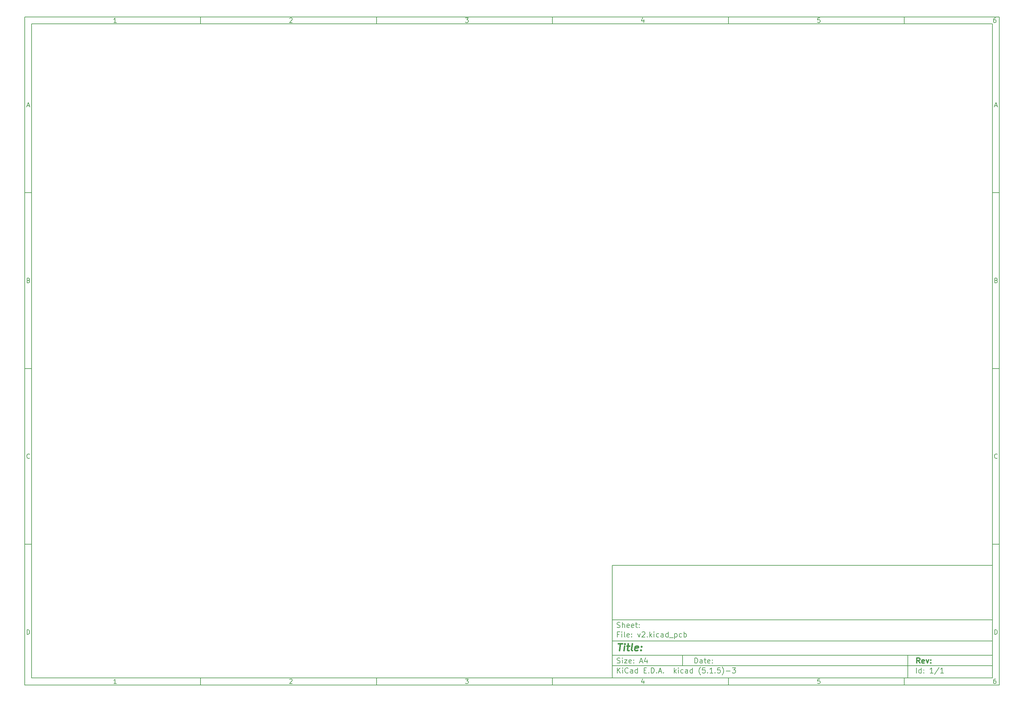
<source format=gbr>
G04 #@! TF.GenerationSoftware,KiCad,Pcbnew,(5.1.5)-3*
G04 #@! TF.CreationDate,2020-05-09T15:27:07-04:00*
G04 #@! TF.ProjectId,v2,76322e6b-6963-4616-945f-706362585858,rev?*
G04 #@! TF.SameCoordinates,Original*
G04 #@! TF.FileFunction,Other,User*
%FSLAX46Y46*%
G04 Gerber Fmt 4.6, Leading zero omitted, Abs format (unit mm)*
G04 Created by KiCad (PCBNEW (5.1.5)-3) date 2020-05-09 15:27:07*
%MOMM*%
%LPD*%
G04 APERTURE LIST*
%ADD10C,0.100000*%
%ADD11C,0.150000*%
%ADD12C,0.300000*%
%ADD13C,0.400000*%
G04 APERTURE END LIST*
D10*
D11*
X177002200Y-166007200D02*
X177002200Y-198007200D01*
X285002200Y-198007200D01*
X285002200Y-166007200D01*
X177002200Y-166007200D01*
D10*
D11*
X10000000Y-10000000D02*
X10000000Y-200007200D01*
X287002200Y-200007200D01*
X287002200Y-10000000D01*
X10000000Y-10000000D01*
D10*
D11*
X12000000Y-12000000D02*
X12000000Y-198007200D01*
X285002200Y-198007200D01*
X285002200Y-12000000D01*
X12000000Y-12000000D01*
D10*
D11*
X60000000Y-12000000D02*
X60000000Y-10000000D01*
D10*
D11*
X110000000Y-12000000D02*
X110000000Y-10000000D01*
D10*
D11*
X160000000Y-12000000D02*
X160000000Y-10000000D01*
D10*
D11*
X210000000Y-12000000D02*
X210000000Y-10000000D01*
D10*
D11*
X260000000Y-12000000D02*
X260000000Y-10000000D01*
D10*
D11*
X36065476Y-11588095D02*
X35322619Y-11588095D01*
X35694047Y-11588095D02*
X35694047Y-10288095D01*
X35570238Y-10473809D01*
X35446428Y-10597619D01*
X35322619Y-10659523D01*
D10*
D11*
X85322619Y-10411904D02*
X85384523Y-10350000D01*
X85508333Y-10288095D01*
X85817857Y-10288095D01*
X85941666Y-10350000D01*
X86003571Y-10411904D01*
X86065476Y-10535714D01*
X86065476Y-10659523D01*
X86003571Y-10845238D01*
X85260714Y-11588095D01*
X86065476Y-11588095D01*
D10*
D11*
X135260714Y-10288095D02*
X136065476Y-10288095D01*
X135632142Y-10783333D01*
X135817857Y-10783333D01*
X135941666Y-10845238D01*
X136003571Y-10907142D01*
X136065476Y-11030952D01*
X136065476Y-11340476D01*
X136003571Y-11464285D01*
X135941666Y-11526190D01*
X135817857Y-11588095D01*
X135446428Y-11588095D01*
X135322619Y-11526190D01*
X135260714Y-11464285D01*
D10*
D11*
X185941666Y-10721428D02*
X185941666Y-11588095D01*
X185632142Y-10226190D02*
X185322619Y-11154761D01*
X186127380Y-11154761D01*
D10*
D11*
X236003571Y-10288095D02*
X235384523Y-10288095D01*
X235322619Y-10907142D01*
X235384523Y-10845238D01*
X235508333Y-10783333D01*
X235817857Y-10783333D01*
X235941666Y-10845238D01*
X236003571Y-10907142D01*
X236065476Y-11030952D01*
X236065476Y-11340476D01*
X236003571Y-11464285D01*
X235941666Y-11526190D01*
X235817857Y-11588095D01*
X235508333Y-11588095D01*
X235384523Y-11526190D01*
X235322619Y-11464285D01*
D10*
D11*
X285941666Y-10288095D02*
X285694047Y-10288095D01*
X285570238Y-10350000D01*
X285508333Y-10411904D01*
X285384523Y-10597619D01*
X285322619Y-10845238D01*
X285322619Y-11340476D01*
X285384523Y-11464285D01*
X285446428Y-11526190D01*
X285570238Y-11588095D01*
X285817857Y-11588095D01*
X285941666Y-11526190D01*
X286003571Y-11464285D01*
X286065476Y-11340476D01*
X286065476Y-11030952D01*
X286003571Y-10907142D01*
X285941666Y-10845238D01*
X285817857Y-10783333D01*
X285570238Y-10783333D01*
X285446428Y-10845238D01*
X285384523Y-10907142D01*
X285322619Y-11030952D01*
D10*
D11*
X60000000Y-198007200D02*
X60000000Y-200007200D01*
D10*
D11*
X110000000Y-198007200D02*
X110000000Y-200007200D01*
D10*
D11*
X160000000Y-198007200D02*
X160000000Y-200007200D01*
D10*
D11*
X210000000Y-198007200D02*
X210000000Y-200007200D01*
D10*
D11*
X260000000Y-198007200D02*
X260000000Y-200007200D01*
D10*
D11*
X36065476Y-199595295D02*
X35322619Y-199595295D01*
X35694047Y-199595295D02*
X35694047Y-198295295D01*
X35570238Y-198481009D01*
X35446428Y-198604819D01*
X35322619Y-198666723D01*
D10*
D11*
X85322619Y-198419104D02*
X85384523Y-198357200D01*
X85508333Y-198295295D01*
X85817857Y-198295295D01*
X85941666Y-198357200D01*
X86003571Y-198419104D01*
X86065476Y-198542914D01*
X86065476Y-198666723D01*
X86003571Y-198852438D01*
X85260714Y-199595295D01*
X86065476Y-199595295D01*
D10*
D11*
X135260714Y-198295295D02*
X136065476Y-198295295D01*
X135632142Y-198790533D01*
X135817857Y-198790533D01*
X135941666Y-198852438D01*
X136003571Y-198914342D01*
X136065476Y-199038152D01*
X136065476Y-199347676D01*
X136003571Y-199471485D01*
X135941666Y-199533390D01*
X135817857Y-199595295D01*
X135446428Y-199595295D01*
X135322619Y-199533390D01*
X135260714Y-199471485D01*
D10*
D11*
X185941666Y-198728628D02*
X185941666Y-199595295D01*
X185632142Y-198233390D02*
X185322619Y-199161961D01*
X186127380Y-199161961D01*
D10*
D11*
X236003571Y-198295295D02*
X235384523Y-198295295D01*
X235322619Y-198914342D01*
X235384523Y-198852438D01*
X235508333Y-198790533D01*
X235817857Y-198790533D01*
X235941666Y-198852438D01*
X236003571Y-198914342D01*
X236065476Y-199038152D01*
X236065476Y-199347676D01*
X236003571Y-199471485D01*
X235941666Y-199533390D01*
X235817857Y-199595295D01*
X235508333Y-199595295D01*
X235384523Y-199533390D01*
X235322619Y-199471485D01*
D10*
D11*
X285941666Y-198295295D02*
X285694047Y-198295295D01*
X285570238Y-198357200D01*
X285508333Y-198419104D01*
X285384523Y-198604819D01*
X285322619Y-198852438D01*
X285322619Y-199347676D01*
X285384523Y-199471485D01*
X285446428Y-199533390D01*
X285570238Y-199595295D01*
X285817857Y-199595295D01*
X285941666Y-199533390D01*
X286003571Y-199471485D01*
X286065476Y-199347676D01*
X286065476Y-199038152D01*
X286003571Y-198914342D01*
X285941666Y-198852438D01*
X285817857Y-198790533D01*
X285570238Y-198790533D01*
X285446428Y-198852438D01*
X285384523Y-198914342D01*
X285322619Y-199038152D01*
D10*
D11*
X10000000Y-60000000D02*
X12000000Y-60000000D01*
D10*
D11*
X10000000Y-110000000D02*
X12000000Y-110000000D01*
D10*
D11*
X10000000Y-160000000D02*
X12000000Y-160000000D01*
D10*
D11*
X10690476Y-35216666D02*
X11309523Y-35216666D01*
X10566666Y-35588095D02*
X11000000Y-34288095D01*
X11433333Y-35588095D01*
D10*
D11*
X11092857Y-84907142D02*
X11278571Y-84969047D01*
X11340476Y-85030952D01*
X11402380Y-85154761D01*
X11402380Y-85340476D01*
X11340476Y-85464285D01*
X11278571Y-85526190D01*
X11154761Y-85588095D01*
X10659523Y-85588095D01*
X10659523Y-84288095D01*
X11092857Y-84288095D01*
X11216666Y-84350000D01*
X11278571Y-84411904D01*
X11340476Y-84535714D01*
X11340476Y-84659523D01*
X11278571Y-84783333D01*
X11216666Y-84845238D01*
X11092857Y-84907142D01*
X10659523Y-84907142D01*
D10*
D11*
X11402380Y-135464285D02*
X11340476Y-135526190D01*
X11154761Y-135588095D01*
X11030952Y-135588095D01*
X10845238Y-135526190D01*
X10721428Y-135402380D01*
X10659523Y-135278571D01*
X10597619Y-135030952D01*
X10597619Y-134845238D01*
X10659523Y-134597619D01*
X10721428Y-134473809D01*
X10845238Y-134350000D01*
X11030952Y-134288095D01*
X11154761Y-134288095D01*
X11340476Y-134350000D01*
X11402380Y-134411904D01*
D10*
D11*
X10659523Y-185588095D02*
X10659523Y-184288095D01*
X10969047Y-184288095D01*
X11154761Y-184350000D01*
X11278571Y-184473809D01*
X11340476Y-184597619D01*
X11402380Y-184845238D01*
X11402380Y-185030952D01*
X11340476Y-185278571D01*
X11278571Y-185402380D01*
X11154761Y-185526190D01*
X10969047Y-185588095D01*
X10659523Y-185588095D01*
D10*
D11*
X287002200Y-60000000D02*
X285002200Y-60000000D01*
D10*
D11*
X287002200Y-110000000D02*
X285002200Y-110000000D01*
D10*
D11*
X287002200Y-160000000D02*
X285002200Y-160000000D01*
D10*
D11*
X285692676Y-35216666D02*
X286311723Y-35216666D01*
X285568866Y-35588095D02*
X286002200Y-34288095D01*
X286435533Y-35588095D01*
D10*
D11*
X286095057Y-84907142D02*
X286280771Y-84969047D01*
X286342676Y-85030952D01*
X286404580Y-85154761D01*
X286404580Y-85340476D01*
X286342676Y-85464285D01*
X286280771Y-85526190D01*
X286156961Y-85588095D01*
X285661723Y-85588095D01*
X285661723Y-84288095D01*
X286095057Y-84288095D01*
X286218866Y-84350000D01*
X286280771Y-84411904D01*
X286342676Y-84535714D01*
X286342676Y-84659523D01*
X286280771Y-84783333D01*
X286218866Y-84845238D01*
X286095057Y-84907142D01*
X285661723Y-84907142D01*
D10*
D11*
X286404580Y-135464285D02*
X286342676Y-135526190D01*
X286156961Y-135588095D01*
X286033152Y-135588095D01*
X285847438Y-135526190D01*
X285723628Y-135402380D01*
X285661723Y-135278571D01*
X285599819Y-135030952D01*
X285599819Y-134845238D01*
X285661723Y-134597619D01*
X285723628Y-134473809D01*
X285847438Y-134350000D01*
X286033152Y-134288095D01*
X286156961Y-134288095D01*
X286342676Y-134350000D01*
X286404580Y-134411904D01*
D10*
D11*
X285661723Y-185588095D02*
X285661723Y-184288095D01*
X285971247Y-184288095D01*
X286156961Y-184350000D01*
X286280771Y-184473809D01*
X286342676Y-184597619D01*
X286404580Y-184845238D01*
X286404580Y-185030952D01*
X286342676Y-185278571D01*
X286280771Y-185402380D01*
X286156961Y-185526190D01*
X285971247Y-185588095D01*
X285661723Y-185588095D01*
D10*
D11*
X200434342Y-193785771D02*
X200434342Y-192285771D01*
X200791485Y-192285771D01*
X201005771Y-192357200D01*
X201148628Y-192500057D01*
X201220057Y-192642914D01*
X201291485Y-192928628D01*
X201291485Y-193142914D01*
X201220057Y-193428628D01*
X201148628Y-193571485D01*
X201005771Y-193714342D01*
X200791485Y-193785771D01*
X200434342Y-193785771D01*
X202577200Y-193785771D02*
X202577200Y-193000057D01*
X202505771Y-192857200D01*
X202362914Y-192785771D01*
X202077200Y-192785771D01*
X201934342Y-192857200D01*
X202577200Y-193714342D02*
X202434342Y-193785771D01*
X202077200Y-193785771D01*
X201934342Y-193714342D01*
X201862914Y-193571485D01*
X201862914Y-193428628D01*
X201934342Y-193285771D01*
X202077200Y-193214342D01*
X202434342Y-193214342D01*
X202577200Y-193142914D01*
X203077200Y-192785771D02*
X203648628Y-192785771D01*
X203291485Y-192285771D02*
X203291485Y-193571485D01*
X203362914Y-193714342D01*
X203505771Y-193785771D01*
X203648628Y-193785771D01*
X204720057Y-193714342D02*
X204577200Y-193785771D01*
X204291485Y-193785771D01*
X204148628Y-193714342D01*
X204077200Y-193571485D01*
X204077200Y-193000057D01*
X204148628Y-192857200D01*
X204291485Y-192785771D01*
X204577200Y-192785771D01*
X204720057Y-192857200D01*
X204791485Y-193000057D01*
X204791485Y-193142914D01*
X204077200Y-193285771D01*
X205434342Y-193642914D02*
X205505771Y-193714342D01*
X205434342Y-193785771D01*
X205362914Y-193714342D01*
X205434342Y-193642914D01*
X205434342Y-193785771D01*
X205434342Y-192857200D02*
X205505771Y-192928628D01*
X205434342Y-193000057D01*
X205362914Y-192928628D01*
X205434342Y-192857200D01*
X205434342Y-193000057D01*
D10*
D11*
X177002200Y-194507200D02*
X285002200Y-194507200D01*
D10*
D11*
X178434342Y-196585771D02*
X178434342Y-195085771D01*
X179291485Y-196585771D02*
X178648628Y-195728628D01*
X179291485Y-195085771D02*
X178434342Y-195942914D01*
X179934342Y-196585771D02*
X179934342Y-195585771D01*
X179934342Y-195085771D02*
X179862914Y-195157200D01*
X179934342Y-195228628D01*
X180005771Y-195157200D01*
X179934342Y-195085771D01*
X179934342Y-195228628D01*
X181505771Y-196442914D02*
X181434342Y-196514342D01*
X181220057Y-196585771D01*
X181077200Y-196585771D01*
X180862914Y-196514342D01*
X180720057Y-196371485D01*
X180648628Y-196228628D01*
X180577200Y-195942914D01*
X180577200Y-195728628D01*
X180648628Y-195442914D01*
X180720057Y-195300057D01*
X180862914Y-195157200D01*
X181077200Y-195085771D01*
X181220057Y-195085771D01*
X181434342Y-195157200D01*
X181505771Y-195228628D01*
X182791485Y-196585771D02*
X182791485Y-195800057D01*
X182720057Y-195657200D01*
X182577200Y-195585771D01*
X182291485Y-195585771D01*
X182148628Y-195657200D01*
X182791485Y-196514342D02*
X182648628Y-196585771D01*
X182291485Y-196585771D01*
X182148628Y-196514342D01*
X182077200Y-196371485D01*
X182077200Y-196228628D01*
X182148628Y-196085771D01*
X182291485Y-196014342D01*
X182648628Y-196014342D01*
X182791485Y-195942914D01*
X184148628Y-196585771D02*
X184148628Y-195085771D01*
X184148628Y-196514342D02*
X184005771Y-196585771D01*
X183720057Y-196585771D01*
X183577200Y-196514342D01*
X183505771Y-196442914D01*
X183434342Y-196300057D01*
X183434342Y-195871485D01*
X183505771Y-195728628D01*
X183577200Y-195657200D01*
X183720057Y-195585771D01*
X184005771Y-195585771D01*
X184148628Y-195657200D01*
X186005771Y-195800057D02*
X186505771Y-195800057D01*
X186720057Y-196585771D02*
X186005771Y-196585771D01*
X186005771Y-195085771D01*
X186720057Y-195085771D01*
X187362914Y-196442914D02*
X187434342Y-196514342D01*
X187362914Y-196585771D01*
X187291485Y-196514342D01*
X187362914Y-196442914D01*
X187362914Y-196585771D01*
X188077200Y-196585771D02*
X188077200Y-195085771D01*
X188434342Y-195085771D01*
X188648628Y-195157200D01*
X188791485Y-195300057D01*
X188862914Y-195442914D01*
X188934342Y-195728628D01*
X188934342Y-195942914D01*
X188862914Y-196228628D01*
X188791485Y-196371485D01*
X188648628Y-196514342D01*
X188434342Y-196585771D01*
X188077200Y-196585771D01*
X189577200Y-196442914D02*
X189648628Y-196514342D01*
X189577200Y-196585771D01*
X189505771Y-196514342D01*
X189577200Y-196442914D01*
X189577200Y-196585771D01*
X190220057Y-196157200D02*
X190934342Y-196157200D01*
X190077200Y-196585771D02*
X190577200Y-195085771D01*
X191077200Y-196585771D01*
X191577200Y-196442914D02*
X191648628Y-196514342D01*
X191577200Y-196585771D01*
X191505771Y-196514342D01*
X191577200Y-196442914D01*
X191577200Y-196585771D01*
X194577200Y-196585771D02*
X194577200Y-195085771D01*
X194720057Y-196014342D02*
X195148628Y-196585771D01*
X195148628Y-195585771D02*
X194577200Y-196157200D01*
X195791485Y-196585771D02*
X195791485Y-195585771D01*
X195791485Y-195085771D02*
X195720057Y-195157200D01*
X195791485Y-195228628D01*
X195862914Y-195157200D01*
X195791485Y-195085771D01*
X195791485Y-195228628D01*
X197148628Y-196514342D02*
X197005771Y-196585771D01*
X196720057Y-196585771D01*
X196577200Y-196514342D01*
X196505771Y-196442914D01*
X196434342Y-196300057D01*
X196434342Y-195871485D01*
X196505771Y-195728628D01*
X196577200Y-195657200D01*
X196720057Y-195585771D01*
X197005771Y-195585771D01*
X197148628Y-195657200D01*
X198434342Y-196585771D02*
X198434342Y-195800057D01*
X198362914Y-195657200D01*
X198220057Y-195585771D01*
X197934342Y-195585771D01*
X197791485Y-195657200D01*
X198434342Y-196514342D02*
X198291485Y-196585771D01*
X197934342Y-196585771D01*
X197791485Y-196514342D01*
X197720057Y-196371485D01*
X197720057Y-196228628D01*
X197791485Y-196085771D01*
X197934342Y-196014342D01*
X198291485Y-196014342D01*
X198434342Y-195942914D01*
X199791485Y-196585771D02*
X199791485Y-195085771D01*
X199791485Y-196514342D02*
X199648628Y-196585771D01*
X199362914Y-196585771D01*
X199220057Y-196514342D01*
X199148628Y-196442914D01*
X199077200Y-196300057D01*
X199077200Y-195871485D01*
X199148628Y-195728628D01*
X199220057Y-195657200D01*
X199362914Y-195585771D01*
X199648628Y-195585771D01*
X199791485Y-195657200D01*
X202077200Y-197157200D02*
X202005771Y-197085771D01*
X201862914Y-196871485D01*
X201791485Y-196728628D01*
X201720057Y-196514342D01*
X201648628Y-196157200D01*
X201648628Y-195871485D01*
X201720057Y-195514342D01*
X201791485Y-195300057D01*
X201862914Y-195157200D01*
X202005771Y-194942914D01*
X202077200Y-194871485D01*
X203362914Y-195085771D02*
X202648628Y-195085771D01*
X202577200Y-195800057D01*
X202648628Y-195728628D01*
X202791485Y-195657200D01*
X203148628Y-195657200D01*
X203291485Y-195728628D01*
X203362914Y-195800057D01*
X203434342Y-195942914D01*
X203434342Y-196300057D01*
X203362914Y-196442914D01*
X203291485Y-196514342D01*
X203148628Y-196585771D01*
X202791485Y-196585771D01*
X202648628Y-196514342D01*
X202577200Y-196442914D01*
X204077200Y-196442914D02*
X204148628Y-196514342D01*
X204077200Y-196585771D01*
X204005771Y-196514342D01*
X204077200Y-196442914D01*
X204077200Y-196585771D01*
X205577200Y-196585771D02*
X204720057Y-196585771D01*
X205148628Y-196585771D02*
X205148628Y-195085771D01*
X205005771Y-195300057D01*
X204862914Y-195442914D01*
X204720057Y-195514342D01*
X206220057Y-196442914D02*
X206291485Y-196514342D01*
X206220057Y-196585771D01*
X206148628Y-196514342D01*
X206220057Y-196442914D01*
X206220057Y-196585771D01*
X207648628Y-195085771D02*
X206934342Y-195085771D01*
X206862914Y-195800057D01*
X206934342Y-195728628D01*
X207077200Y-195657200D01*
X207434342Y-195657200D01*
X207577200Y-195728628D01*
X207648628Y-195800057D01*
X207720057Y-195942914D01*
X207720057Y-196300057D01*
X207648628Y-196442914D01*
X207577200Y-196514342D01*
X207434342Y-196585771D01*
X207077200Y-196585771D01*
X206934342Y-196514342D01*
X206862914Y-196442914D01*
X208220057Y-197157200D02*
X208291485Y-197085771D01*
X208434342Y-196871485D01*
X208505771Y-196728628D01*
X208577200Y-196514342D01*
X208648628Y-196157200D01*
X208648628Y-195871485D01*
X208577200Y-195514342D01*
X208505771Y-195300057D01*
X208434342Y-195157200D01*
X208291485Y-194942914D01*
X208220057Y-194871485D01*
X209362914Y-196014342D02*
X210505771Y-196014342D01*
X211077200Y-195085771D02*
X212005771Y-195085771D01*
X211505771Y-195657200D01*
X211720057Y-195657200D01*
X211862914Y-195728628D01*
X211934342Y-195800057D01*
X212005771Y-195942914D01*
X212005771Y-196300057D01*
X211934342Y-196442914D01*
X211862914Y-196514342D01*
X211720057Y-196585771D01*
X211291485Y-196585771D01*
X211148628Y-196514342D01*
X211077200Y-196442914D01*
D10*
D11*
X177002200Y-191507200D02*
X285002200Y-191507200D01*
D10*
D12*
X264411485Y-193785771D02*
X263911485Y-193071485D01*
X263554342Y-193785771D02*
X263554342Y-192285771D01*
X264125771Y-192285771D01*
X264268628Y-192357200D01*
X264340057Y-192428628D01*
X264411485Y-192571485D01*
X264411485Y-192785771D01*
X264340057Y-192928628D01*
X264268628Y-193000057D01*
X264125771Y-193071485D01*
X263554342Y-193071485D01*
X265625771Y-193714342D02*
X265482914Y-193785771D01*
X265197200Y-193785771D01*
X265054342Y-193714342D01*
X264982914Y-193571485D01*
X264982914Y-193000057D01*
X265054342Y-192857200D01*
X265197200Y-192785771D01*
X265482914Y-192785771D01*
X265625771Y-192857200D01*
X265697200Y-193000057D01*
X265697200Y-193142914D01*
X264982914Y-193285771D01*
X266197200Y-192785771D02*
X266554342Y-193785771D01*
X266911485Y-192785771D01*
X267482914Y-193642914D02*
X267554342Y-193714342D01*
X267482914Y-193785771D01*
X267411485Y-193714342D01*
X267482914Y-193642914D01*
X267482914Y-193785771D01*
X267482914Y-192857200D02*
X267554342Y-192928628D01*
X267482914Y-193000057D01*
X267411485Y-192928628D01*
X267482914Y-192857200D01*
X267482914Y-193000057D01*
D10*
D11*
X178362914Y-193714342D02*
X178577200Y-193785771D01*
X178934342Y-193785771D01*
X179077200Y-193714342D01*
X179148628Y-193642914D01*
X179220057Y-193500057D01*
X179220057Y-193357200D01*
X179148628Y-193214342D01*
X179077200Y-193142914D01*
X178934342Y-193071485D01*
X178648628Y-193000057D01*
X178505771Y-192928628D01*
X178434342Y-192857200D01*
X178362914Y-192714342D01*
X178362914Y-192571485D01*
X178434342Y-192428628D01*
X178505771Y-192357200D01*
X178648628Y-192285771D01*
X179005771Y-192285771D01*
X179220057Y-192357200D01*
X179862914Y-193785771D02*
X179862914Y-192785771D01*
X179862914Y-192285771D02*
X179791485Y-192357200D01*
X179862914Y-192428628D01*
X179934342Y-192357200D01*
X179862914Y-192285771D01*
X179862914Y-192428628D01*
X180434342Y-192785771D02*
X181220057Y-192785771D01*
X180434342Y-193785771D01*
X181220057Y-193785771D01*
X182362914Y-193714342D02*
X182220057Y-193785771D01*
X181934342Y-193785771D01*
X181791485Y-193714342D01*
X181720057Y-193571485D01*
X181720057Y-193000057D01*
X181791485Y-192857200D01*
X181934342Y-192785771D01*
X182220057Y-192785771D01*
X182362914Y-192857200D01*
X182434342Y-193000057D01*
X182434342Y-193142914D01*
X181720057Y-193285771D01*
X183077200Y-193642914D02*
X183148628Y-193714342D01*
X183077200Y-193785771D01*
X183005771Y-193714342D01*
X183077200Y-193642914D01*
X183077200Y-193785771D01*
X183077200Y-192857200D02*
X183148628Y-192928628D01*
X183077200Y-193000057D01*
X183005771Y-192928628D01*
X183077200Y-192857200D01*
X183077200Y-193000057D01*
X184862914Y-193357200D02*
X185577200Y-193357200D01*
X184720057Y-193785771D02*
X185220057Y-192285771D01*
X185720057Y-193785771D01*
X186862914Y-192785771D02*
X186862914Y-193785771D01*
X186505771Y-192214342D02*
X186148628Y-193285771D01*
X187077200Y-193285771D01*
D10*
D11*
X263434342Y-196585771D02*
X263434342Y-195085771D01*
X264791485Y-196585771D02*
X264791485Y-195085771D01*
X264791485Y-196514342D02*
X264648628Y-196585771D01*
X264362914Y-196585771D01*
X264220057Y-196514342D01*
X264148628Y-196442914D01*
X264077200Y-196300057D01*
X264077200Y-195871485D01*
X264148628Y-195728628D01*
X264220057Y-195657200D01*
X264362914Y-195585771D01*
X264648628Y-195585771D01*
X264791485Y-195657200D01*
X265505771Y-196442914D02*
X265577200Y-196514342D01*
X265505771Y-196585771D01*
X265434342Y-196514342D01*
X265505771Y-196442914D01*
X265505771Y-196585771D01*
X265505771Y-195657200D02*
X265577200Y-195728628D01*
X265505771Y-195800057D01*
X265434342Y-195728628D01*
X265505771Y-195657200D01*
X265505771Y-195800057D01*
X268148628Y-196585771D02*
X267291485Y-196585771D01*
X267720057Y-196585771D02*
X267720057Y-195085771D01*
X267577200Y-195300057D01*
X267434342Y-195442914D01*
X267291485Y-195514342D01*
X269862914Y-195014342D02*
X268577200Y-196942914D01*
X271148628Y-196585771D02*
X270291485Y-196585771D01*
X270720057Y-196585771D02*
X270720057Y-195085771D01*
X270577200Y-195300057D01*
X270434342Y-195442914D01*
X270291485Y-195514342D01*
D10*
D11*
X177002200Y-187507200D02*
X285002200Y-187507200D01*
D10*
D13*
X178714580Y-188211961D02*
X179857438Y-188211961D01*
X179036009Y-190211961D02*
X179286009Y-188211961D01*
X180274104Y-190211961D02*
X180440771Y-188878628D01*
X180524104Y-188211961D02*
X180416961Y-188307200D01*
X180500295Y-188402438D01*
X180607438Y-188307200D01*
X180524104Y-188211961D01*
X180500295Y-188402438D01*
X181107438Y-188878628D02*
X181869342Y-188878628D01*
X181476485Y-188211961D02*
X181262200Y-189926247D01*
X181333628Y-190116723D01*
X181512200Y-190211961D01*
X181702676Y-190211961D01*
X182655057Y-190211961D02*
X182476485Y-190116723D01*
X182405057Y-189926247D01*
X182619342Y-188211961D01*
X184190771Y-190116723D02*
X183988390Y-190211961D01*
X183607438Y-190211961D01*
X183428866Y-190116723D01*
X183357438Y-189926247D01*
X183452676Y-189164342D01*
X183571723Y-188973866D01*
X183774104Y-188878628D01*
X184155057Y-188878628D01*
X184333628Y-188973866D01*
X184405057Y-189164342D01*
X184381247Y-189354819D01*
X183405057Y-189545295D01*
X185155057Y-190021485D02*
X185238390Y-190116723D01*
X185131247Y-190211961D01*
X185047914Y-190116723D01*
X185155057Y-190021485D01*
X185131247Y-190211961D01*
X185286009Y-188973866D02*
X185369342Y-189069104D01*
X185262200Y-189164342D01*
X185178866Y-189069104D01*
X185286009Y-188973866D01*
X185262200Y-189164342D01*
D10*
D11*
X178934342Y-185600057D02*
X178434342Y-185600057D01*
X178434342Y-186385771D02*
X178434342Y-184885771D01*
X179148628Y-184885771D01*
X179720057Y-186385771D02*
X179720057Y-185385771D01*
X179720057Y-184885771D02*
X179648628Y-184957200D01*
X179720057Y-185028628D01*
X179791485Y-184957200D01*
X179720057Y-184885771D01*
X179720057Y-185028628D01*
X180648628Y-186385771D02*
X180505771Y-186314342D01*
X180434342Y-186171485D01*
X180434342Y-184885771D01*
X181791485Y-186314342D02*
X181648628Y-186385771D01*
X181362914Y-186385771D01*
X181220057Y-186314342D01*
X181148628Y-186171485D01*
X181148628Y-185600057D01*
X181220057Y-185457200D01*
X181362914Y-185385771D01*
X181648628Y-185385771D01*
X181791485Y-185457200D01*
X181862914Y-185600057D01*
X181862914Y-185742914D01*
X181148628Y-185885771D01*
X182505771Y-186242914D02*
X182577200Y-186314342D01*
X182505771Y-186385771D01*
X182434342Y-186314342D01*
X182505771Y-186242914D01*
X182505771Y-186385771D01*
X182505771Y-185457200D02*
X182577200Y-185528628D01*
X182505771Y-185600057D01*
X182434342Y-185528628D01*
X182505771Y-185457200D01*
X182505771Y-185600057D01*
X184220057Y-185385771D02*
X184577200Y-186385771D01*
X184934342Y-185385771D01*
X185434342Y-185028628D02*
X185505771Y-184957200D01*
X185648628Y-184885771D01*
X186005771Y-184885771D01*
X186148628Y-184957200D01*
X186220057Y-185028628D01*
X186291485Y-185171485D01*
X186291485Y-185314342D01*
X186220057Y-185528628D01*
X185362914Y-186385771D01*
X186291485Y-186385771D01*
X186934342Y-186242914D02*
X187005771Y-186314342D01*
X186934342Y-186385771D01*
X186862914Y-186314342D01*
X186934342Y-186242914D01*
X186934342Y-186385771D01*
X187648628Y-186385771D02*
X187648628Y-184885771D01*
X187791485Y-185814342D02*
X188220057Y-186385771D01*
X188220057Y-185385771D02*
X187648628Y-185957200D01*
X188862914Y-186385771D02*
X188862914Y-185385771D01*
X188862914Y-184885771D02*
X188791485Y-184957200D01*
X188862914Y-185028628D01*
X188934342Y-184957200D01*
X188862914Y-184885771D01*
X188862914Y-185028628D01*
X190220057Y-186314342D02*
X190077200Y-186385771D01*
X189791485Y-186385771D01*
X189648628Y-186314342D01*
X189577200Y-186242914D01*
X189505771Y-186100057D01*
X189505771Y-185671485D01*
X189577200Y-185528628D01*
X189648628Y-185457200D01*
X189791485Y-185385771D01*
X190077200Y-185385771D01*
X190220057Y-185457200D01*
X191505771Y-186385771D02*
X191505771Y-185600057D01*
X191434342Y-185457200D01*
X191291485Y-185385771D01*
X191005771Y-185385771D01*
X190862914Y-185457200D01*
X191505771Y-186314342D02*
X191362914Y-186385771D01*
X191005771Y-186385771D01*
X190862914Y-186314342D01*
X190791485Y-186171485D01*
X190791485Y-186028628D01*
X190862914Y-185885771D01*
X191005771Y-185814342D01*
X191362914Y-185814342D01*
X191505771Y-185742914D01*
X192862914Y-186385771D02*
X192862914Y-184885771D01*
X192862914Y-186314342D02*
X192720057Y-186385771D01*
X192434342Y-186385771D01*
X192291485Y-186314342D01*
X192220057Y-186242914D01*
X192148628Y-186100057D01*
X192148628Y-185671485D01*
X192220057Y-185528628D01*
X192291485Y-185457200D01*
X192434342Y-185385771D01*
X192720057Y-185385771D01*
X192862914Y-185457200D01*
X193220057Y-186528628D02*
X194362914Y-186528628D01*
X194720057Y-185385771D02*
X194720057Y-186885771D01*
X194720057Y-185457200D02*
X194862914Y-185385771D01*
X195148628Y-185385771D01*
X195291485Y-185457200D01*
X195362914Y-185528628D01*
X195434342Y-185671485D01*
X195434342Y-186100057D01*
X195362914Y-186242914D01*
X195291485Y-186314342D01*
X195148628Y-186385771D01*
X194862914Y-186385771D01*
X194720057Y-186314342D01*
X196720057Y-186314342D02*
X196577200Y-186385771D01*
X196291485Y-186385771D01*
X196148628Y-186314342D01*
X196077200Y-186242914D01*
X196005771Y-186100057D01*
X196005771Y-185671485D01*
X196077200Y-185528628D01*
X196148628Y-185457200D01*
X196291485Y-185385771D01*
X196577200Y-185385771D01*
X196720057Y-185457200D01*
X197362914Y-186385771D02*
X197362914Y-184885771D01*
X197362914Y-185457200D02*
X197505771Y-185385771D01*
X197791485Y-185385771D01*
X197934342Y-185457200D01*
X198005771Y-185528628D01*
X198077200Y-185671485D01*
X198077200Y-186100057D01*
X198005771Y-186242914D01*
X197934342Y-186314342D01*
X197791485Y-186385771D01*
X197505771Y-186385771D01*
X197362914Y-186314342D01*
D10*
D11*
X177002200Y-181507200D02*
X285002200Y-181507200D01*
D10*
D11*
X178362914Y-183614342D02*
X178577200Y-183685771D01*
X178934342Y-183685771D01*
X179077200Y-183614342D01*
X179148628Y-183542914D01*
X179220057Y-183400057D01*
X179220057Y-183257200D01*
X179148628Y-183114342D01*
X179077200Y-183042914D01*
X178934342Y-182971485D01*
X178648628Y-182900057D01*
X178505771Y-182828628D01*
X178434342Y-182757200D01*
X178362914Y-182614342D01*
X178362914Y-182471485D01*
X178434342Y-182328628D01*
X178505771Y-182257200D01*
X178648628Y-182185771D01*
X179005771Y-182185771D01*
X179220057Y-182257200D01*
X179862914Y-183685771D02*
X179862914Y-182185771D01*
X180505771Y-183685771D02*
X180505771Y-182900057D01*
X180434342Y-182757200D01*
X180291485Y-182685771D01*
X180077200Y-182685771D01*
X179934342Y-182757200D01*
X179862914Y-182828628D01*
X181791485Y-183614342D02*
X181648628Y-183685771D01*
X181362914Y-183685771D01*
X181220057Y-183614342D01*
X181148628Y-183471485D01*
X181148628Y-182900057D01*
X181220057Y-182757200D01*
X181362914Y-182685771D01*
X181648628Y-182685771D01*
X181791485Y-182757200D01*
X181862914Y-182900057D01*
X181862914Y-183042914D01*
X181148628Y-183185771D01*
X183077200Y-183614342D02*
X182934342Y-183685771D01*
X182648628Y-183685771D01*
X182505771Y-183614342D01*
X182434342Y-183471485D01*
X182434342Y-182900057D01*
X182505771Y-182757200D01*
X182648628Y-182685771D01*
X182934342Y-182685771D01*
X183077200Y-182757200D01*
X183148628Y-182900057D01*
X183148628Y-183042914D01*
X182434342Y-183185771D01*
X183577200Y-182685771D02*
X184148628Y-182685771D01*
X183791485Y-182185771D02*
X183791485Y-183471485D01*
X183862914Y-183614342D01*
X184005771Y-183685771D01*
X184148628Y-183685771D01*
X184648628Y-183542914D02*
X184720057Y-183614342D01*
X184648628Y-183685771D01*
X184577200Y-183614342D01*
X184648628Y-183542914D01*
X184648628Y-183685771D01*
X184648628Y-182757200D02*
X184720057Y-182828628D01*
X184648628Y-182900057D01*
X184577200Y-182828628D01*
X184648628Y-182757200D01*
X184648628Y-182900057D01*
D10*
D11*
X197002200Y-191507200D02*
X197002200Y-194507200D01*
D10*
D11*
X261002200Y-191507200D02*
X261002200Y-198007200D01*
M02*

</source>
